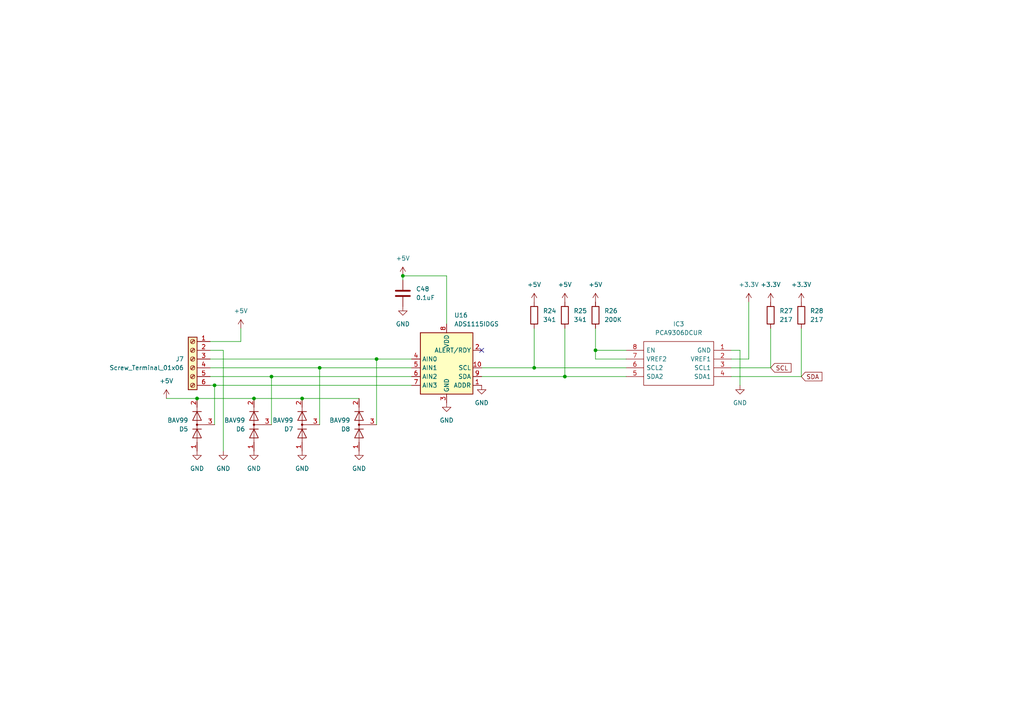
<source format=kicad_sch>
(kicad_sch (version 20230121) (generator eeschema)
  (paper "A4")
  (title_block (title "Analog") (date "2023-11-26"))
  (lib_symbols
    (symbol "Analog_ADC:ADS1115IDGS"
      (property "Reference" "U" (at 2.54 13.97 0))
      (property "Value" "ADS1115IDGS" (at 7.62 11.43 0))
      (symbol "ADS1115IDGS_0_1"
        (rectangle (start -7.62 10.16) (end 7.62 -7.62) (stroke (width 0.254)) (fill (type background)))
      )
      (symbol "ADS1115IDGS_1_1"
        (pin input line (at 10.16 -5.08 180) (length 2.54) (name "ADDR") (number "1"))
        (pin input line (at 10.16 0 180) (length 2.54) (name "SCL") (number "10"))
        (pin output line (at 10.16 5.08 180) (length 2.54) (name "ALERT/RDY") (number "2"))
        (pin power_in line (at 0 -10.16 90) (length 2.54) (name "GND") (number "3"))
        (pin input line (at -10.16 2.54 0) (length 2.54) (name "AIN0") (number "4"))
        (pin input line (at -10.16 0 0) (length 2.54) (name "AIN1") (number "5"))
        (pin input line (at -10.16 -2.54 0) (length 2.54) (name "AIN2") (number "6"))
        (pin input line (at -10.16 -5.08 0) (length 2.54) (name "AIN3") (number "7"))
        (pin power_in line (at 0 12.7 270) (length 2.54) (name "VDD") (number "8"))
        (pin bidirectional line (at 10.16 -2.54 180) (length 2.54) (name "SDA") (number "9"))
      )
    )
    (symbol "Connector:Screw_Terminal_01x06" (pin_names (offset 1.016) hide)
      (property "Reference" "J" (at 0 7.62 0))
      (property "Value" "Screw_Terminal_01x06" (at 0 -10.16 0))
      (symbol "Screw_Terminal_01x06_1_1"
        (rectangle (start -1.27 6.35) (end 1.27 -8.89) (stroke (width 0.254)) (fill (type background)))
        (circle (center 0 -7.62) (radius 0.635) (stroke (width 0.1524)))
        (circle (center 0 -5.08) (radius 0.635) (stroke (width 0.1524)))
        (circle (center 0 -2.54) (radius 0.635) (stroke (width 0.1524)))
        (polyline (pts (xy -0.5334 -7.2898) (xy 0.3302 -8.128)) (stroke (width 0.1524)))
        (polyline (pts (xy -0.5334 -4.7498) (xy 0.3302 -5.588)) (stroke (width 0.1524)))
        (polyline (pts (xy -0.5334 -2.2098) (xy 0.3302 -3.048)) (stroke (width 0.1524)))
        (polyline (pts (xy -0.5334 0.3302) (xy 0.3302 -0.508)) (stroke (width 0.1524)))
        (polyline (pts (xy -0.5334 2.8702) (xy 0.3302 2.032)) (stroke (width 0.1524)))
        (polyline (pts (xy -0.5334 5.4102) (xy 0.3302 4.572)) (stroke (width 0.1524)))
        (polyline (pts (xy -0.3556 -7.112) (xy 0.508 -7.9502)) (stroke (width 0.1524)))
        (polyline (pts (xy -0.3556 -4.572) (xy 0.508 -5.4102)) (stroke (width 0.1524)))
        (polyline (pts (xy -0.3556 -2.032) (xy 0.508 -2.8702)) (stroke (width 0.1524)))
        (polyline (pts (xy -0.3556 0.508) (xy 0.508 -0.3302)) (stroke (width 0.1524)))
        (polyline (pts (xy -0.3556 3.048) (xy 0.508 2.2098)) (stroke (width 0.1524)))
        (polyline (pts (xy -0.3556 5.588) (xy 0.508 4.7498)) (stroke (width 0.1524)))
        (circle (center 0 0) (radius 0.635) (stroke (width 0.1524)))
        (circle (center 0 2.54) (radius 0.635) (stroke (width 0.1524)))
        (circle (center 0 5.08) (radius 0.635) (stroke (width 0.1524)))
        (pin passive line (at -5.08 5.08 0) (length 3.81) (name "Pin_1") (number "1"))
        (pin passive line (at -5.08 2.54 0) (length 3.81) (name "Pin_2") (number "2"))
        (pin passive line (at -5.08 0 0) (length 3.81) (name "Pin_3") (number "3"))
        (pin passive line (at -5.08 -2.54 0) (length 3.81) (name "Pin_4") (number "4"))
        (pin passive line (at -5.08 -5.08 0) (length 3.81) (name "Pin_5") (number "5"))
        (pin passive line (at -5.08 -7.62 0) (length 3.81) (name "Pin_6") (number "6"))
      )
    )
    (symbol "Device:C" (pin_numbers hide) (pin_names (offset 0.254))
      (property "Reference" "C" (at 0.635 2.54 0))
      (property "Value" "C" (at 0.635 -2.54 0))
      (symbol "C_0_1"
        (polyline (pts (xy -2.032 -0.762) (xy 2.032 -0.762)) (stroke (width 0.508)))
        (polyline (pts (xy -2.032 0.762) (xy 2.032 0.762)) (stroke (width 0.508)))
      )
      (symbol "C_1_1"
        (pin passive line (at 0 3.81 270) (length 2.794) (name "~") (number "1"))
        (pin passive line (at 0 -3.81 90) (length 2.794) (name "~") (number "2"))
      )
    )
    (symbol "Device:R" (pin_numbers hide) (pin_names (offset 0))
      (property "Reference" "R" (at 2.032 0 90))
      (property "Value" "R" (at 0 0 90))
      (symbol "R_0_1"
        (rectangle (start -1.016 -2.54) (end 1.016 2.54) (stroke (width 0.254)))
      )
      (symbol "R_1_1"
        (pin passive line (at 0 3.81 270) (length 1.27) (name "~") (number "1"))
        (pin passive line (at 0 -3.81 90) (length 1.27) (name "~") (number "2"))
      )
    )
    (symbol "Diode:BAV99" (pin_names hide)
      (property "Reference" "D" (at 0 5.08 0))
      (property "Value" "BAV99" (at 0 2.54 0))
      (symbol "BAV99_0_1"
        (polyline (pts (xy -5.08 0) (xy 5.08 0)))
      )
      (symbol "BAV99_1_1"
        (polyline (pts (xy 0 0) (xy 0 -2.54)))
        (polyline (pts (xy -1.27 -1.27) (xy -1.27 1.27) (xy -1.27 1.27)) (stroke (width 0.2032)))
        (polyline (pts (xy 3.81 1.27) (xy 3.81 -1.27) (xy 3.81 -1.27)) (stroke (width 0.2032)))
        (polyline (pts (xy -3.81 1.27) (xy -1.27 0) (xy -3.81 -1.27) (xy -3.81 1.27) (xy -3.81 1.27) (xy -3.81 1.27)) (stroke (width 0.2032)))
        (polyline (pts (xy 1.27 1.27) (xy 3.81 0) (xy 1.27 -1.27) (xy 1.27 1.27) (xy 1.27 1.27) (xy 1.27 1.27)) (stroke (width 0.2032)))
        (circle (center 0 0) (radius 0.254) (fill (type outline)))
        (pin passive line (at -7.62 0 0) (length 2.54) (name "K") (number "1"))
        (pin passive line (at 7.62 0 180) (length 2.54) (name "A") (number "2"))
        (pin passive line (at 0 -5.08 90) (length 2.54) (name "K") (number "3"))
      )
    )
    (symbol "MyLib:PCA9306DCUR" (pin_names (offset 0.762))
      (property "Reference" "IC" (at 26.67 7.62 0))
      (property "Value" "PCA9306DCUR" (at 26.67 5.08 0))
      (symbol "PCA9306DCUR_0_0"
        (pin passive line (at 0 0 0) (length 5.08) (name "GND") (number "1"))
        (pin passive line (at 0 -2.54 0) (length 5.08) (name "VREF1") (number "2"))
        (pin passive line (at 0 -5.08 0) (length 5.08) (name "SCL1") (number "3"))
        (pin passive line (at 0 -7.62 0) (length 5.08) (name "SDA1") (number "4"))
        (pin passive line (at 30.48 -7.62 180) (length 5.08) (name "SDA2") (number "5"))
        (pin passive line (at 30.48 -5.08 180) (length 5.08) (name "SCL2") (number "6"))
        (pin passive line (at 30.48 -2.54 180) (length 5.08) (name "VREF2") (number "7"))
        (pin passive line (at 30.48 0 180) (length 5.08) (name "EN") (number "8"))
      )
      (symbol "PCA9306DCUR_0_1"
        (polyline (pts (xy 5.08 2.54) (xy 25.4 2.54) (xy 25.4 -10.16) (xy 5.08 -10.16) (xy 5.08 2.54)) (stroke (width 0.1524)))
      )
    )
    (symbol "power:+3.3V" (power) (pin_names (offset 0))
      (property "Value" "+3.3V" (at 0 3.556 0))
      (symbol "+3.3V_0_1"
        (polyline (pts (xy -0.762 1.27) (xy 0 2.54)))
        (polyline (pts (xy 0 0) (xy 0 2.54)))
        (polyline (pts (xy 0 2.54) (xy 0.762 1.27)))
      )
      (symbol "+3.3V_1_1"
        (pin power_in line (at 0 0 90) (length 0) hide (name "+3.3V") (number "1"))
      )
    )
    (symbol "power:+5V" (power) (pin_names (offset 0))
      (property "Value" "+5V" (at 0 3.556 0))
      (symbol "+5V_0_1"
        (polyline (pts (xy -0.762 1.27) (xy 0 2.54)))
        (polyline (pts (xy 0 0) (xy 0 2.54)))
        (polyline (pts (xy 0 2.54) (xy 0.762 1.27)))
      )
      (symbol "+5V_1_1"
        (pin power_in line (at 0 0 90) (length 0) hide (name "+5V") (number "1"))
      )
    )
    (symbol "power:GND" (power) (pin_names (offset 0))
      (property "Value" "GND" (at 0 -3.81 0))
      (symbol "GND_0_1"
        (polyline (pts (xy 0 0) (xy 0 -1.27) (xy 1.27 -1.27) (xy 0 -2.54) (xy -1.27 -1.27) (xy 0 -1.27)))
      )
      (symbol "GND_1_1"
        (pin power_in line (at 0 0 270) (length 0) hide (name "GND") (number "1"))
      )
    )
  )
  (junction (at 62.23 111.76))
  (junction (at 109.22 104.14))
  (junction (at 154.94 106.68))
  (junction (at 92.71 106.68))
  (junction (at 78.74 109.22))
  (junction (at 57.15 115.57))
  (junction (at 172.72 101.6))
  (junction (at 163.83 109.22))
  (junction (at 116.84 80.01))
  (junction (at 87.63 115.57))
  (junction (at 73.66 115.57))
  (no_connect (at 139.7 101.6))
  (wire (pts (xy 60.96 106.68) (xy 92.71 106.68)))
  (wire (pts (xy 217.17 104.14) (xy 217.17 87.63)))
  (wire (pts (xy 212.09 106.68) (xy 223.52 106.68)))
  (wire (pts (xy 214.63 101.6) (xy 214.63 111.76)))
  (wire (pts (xy 212.09 104.14) (xy 217.17 104.14)))
  (wire (pts (xy 48.26 115.57) (xy 57.15 115.57)))
  (wire (pts (xy 172.72 101.6) (xy 181.61 101.6)))
  (wire (pts (xy 64.77 101.6) (xy 64.77 130.81)))
  (wire (pts (xy 116.84 80.01) (xy 116.84 81.28)))
  (wire (pts (xy 181.61 104.14) (xy 172.72 104.14)))
  (wire (pts (xy 92.71 106.68) (xy 119.38 106.68)))
  (wire (pts (xy 129.54 80.01) (xy 116.84 80.01)))
  (wire (pts (xy 62.23 111.76) (xy 119.38 111.76)))
  (wire (pts (xy 139.7 109.22) (xy 163.83 109.22)))
  (wire (pts (xy 212.09 101.6) (xy 214.63 101.6)))
  (wire (pts (xy 172.72 101.6) (xy 172.72 95.25)))
  (wire (pts (xy 62.23 111.76) (xy 62.23 123.19)))
  (wire (pts (xy 163.83 109.22) (xy 181.61 109.22)))
  (wire (pts (xy 172.72 104.14) (xy 172.72 101.6)))
  (wire (pts (xy 78.74 109.22) (xy 119.38 109.22)))
  (wire (pts (xy 60.96 111.76) (xy 62.23 111.76)))
  (wire (pts (xy 129.54 80.01) (xy 129.54 93.98)))
  (wire (pts (xy 60.96 109.22) (xy 78.74 109.22)))
  (wire (pts (xy 69.85 99.06) (xy 69.85 95.25)))
  (wire (pts (xy 139.7 106.68) (xy 154.94 106.68)))
  (wire (pts (xy 60.96 104.14) (xy 109.22 104.14)))
  (wire (pts (xy 92.71 106.68) (xy 92.71 123.19)))
  (wire (pts (xy 73.66 115.57) (xy 87.63 115.57)))
  (wire (pts (xy 154.94 95.25) (xy 154.94 106.68)))
  (wire (pts (xy 60.96 99.06) (xy 69.85 99.06)))
  (wire (pts (xy 163.83 95.25) (xy 163.83 109.22)))
  (wire (pts (xy 57.15 115.57) (xy 73.66 115.57)))
  (wire (pts (xy 223.52 106.68) (xy 223.52 95.25)))
  (wire (pts (xy 109.22 123.19) (xy 109.22 104.14)))
  (wire (pts (xy 60.96 101.6) (xy 64.77 101.6)))
  (wire (pts (xy 78.74 109.22) (xy 78.74 123.19)))
  (wire (pts (xy 212.09 109.22) (xy 232.41 109.22)))
  (wire (pts (xy 232.41 109.22) (xy 232.41 95.25)))
  (wire (pts (xy 109.22 104.14) (xy 119.38 104.14)))
  (wire (pts (xy 87.63 115.57) (xy 104.14 115.57)))
  (wire (pts (xy 154.94 106.68) (xy 181.61 106.68)))
  (global_label "SCL" (shape input) (at 223.52 106.68 0) (property "Intersheetrefs" "${INTERSHEET_REFS}" (effects hide)))
  (global_label "SDA" (shape input) (at 232.41 109.22 0) (property "Intersheetrefs" "${INTERSHEET_REFS}" (effects hide)))
  (symbol (lib_id "Device:R") (at 163.83 91.44 0) (unit 1)
    (property "Reference" "R25" (at 166.37 90.17 0) (effects (justify left)))
    (property "Value" "341" (at 166.37 92.71 0) (effects (justify left)))
    (property "Footprint" "Resistor_SMD:R_0603_1608Metric" (effects hide))
  )
  (symbol (lib_id "power:+5V") (at 172.72 87.63 0) (unit 1)
    (property "Reference" "#PWR0120" (effects hide))
    (property "Value" "+5V" (at 172.72 82.55 0))
  )
  (symbol (lib_id "Diode:BAV99") (at 104.14 123.19 90) (unit 1)
    (property "Reference" "D8" (at 101.6 124.46 90) (effects (justify left)))
    (property "Value" "BAV99" (at 101.6 121.92 90) (effects (justify left)))
    (property "Footprint" "Package_TO_SOT_SMD:SOT-23" (effects hide))
    (property "Datasheet" "https://assets.nexperia.com/documents/data-sheet/BAV99_SER.pdf" (effects hide))
  )
  (symbol (lib_id "Device:C") (at 116.84 85.09 0) (unit 1)
    (property "Reference" "C48" (at 120.65 83.82 0) (effects (justify left)))
    (property "Value" "0.1uF" (at 120.65 86.36 0) (effects (justify left)))
    (property "Footprint" "Capacitor_SMD:C_0603_1608Metric" (effects hide))
  )
  (symbol (lib_id "power:+5V") (at 154.94 87.63 0) (unit 1)
    (property "Reference" "#PWR0118" (effects hide))
    (property "Value" "+5V" (at 154.94 82.55 0))
  )
  (symbol (lib_id "MyLib:PCA9306DCUR") (at 212.09 101.6 0) (mirror y) (unit 1)
    (property "Reference" "IC3" (at 196.85 93.98 0))
    (property "Value" "PCA9306DCUR" (at 196.85 96.52 0))
    (property "Footprint" "MyFootprints:PCA9306DCUR" (effects hide))
    (property "Datasheet" "http://www.ti.com/lit/gpn/pca9306" (effects hide))
    (property "Description" "2-Bit Bidirectional I2C Bus and SMBus Voltage-Level Shifter" (effects hide))
    (property "Height" "0.9" (effects hide))
    (property "Mouser Part Number" "595-PCA9306DCUR" (effects hide))
    (property "Mouser Price/Stock" "https://www.mouser.co.uk/ProductDetail/Texas-Instruments/PCA9306DCUR?qs=wgAEGBTxy7nQr5PRxNBUNA%3D%3D" (effects hide))
    (property "Manufacturer_Name" "Texas Instruments" (effects hide))
    (property "Manufacturer_Part_Number" "PCA9306DCUR" (effects hide))
  )
  (symbol (lib_id "power:+3.3V") (at 217.17 87.63 0) (unit 1)
    (property "Reference" "#PWR0123" (effects hide))
    (property "Value" "+3.3V" (at 217.17 82.55 0))
  )
  (symbol (lib_id "power:GND") (at 129.54 116.84 0) (unit 1)
    (property "Reference" "#PWR0112" (effects hide))
    (property "Value" "GND" (at 129.54 121.92 0))
  )
  (symbol (lib_id "power:GND") (at 87.63 130.81 0) (unit 1)
    (property "Reference" "#PWR0116" (effects hide))
    (property "Value" "GND" (at 87.63 135.89 0))
  )
  (symbol (lib_id "power:GND") (at 214.63 111.76 0) (unit 1)
    (property "Reference" "#PWR0124" (effects hide))
    (property "Value" "GND" (at 214.63 116.84 0))
  )
  (symbol (lib_id "power:+3.3V") (at 223.52 87.63 0) (unit 1)
    (property "Reference" "#PWR0121" (effects hide))
    (property "Value" "+3.3V" (at 223.52 82.55 0))
  )
  (symbol (lib_id "power:+5V") (at 163.83 87.63 0) (unit 1)
    (property "Reference" "#PWR0119" (effects hide))
    (property "Value" "+5V" (at 163.83 82.55 0))
  )
  (symbol (lib_id "Diode:BAV99") (at 57.15 123.19 90) (unit 1)
    (property "Reference" "D5" (at 54.61 124.46 90) (effects (justify left)))
    (property "Value" "BAV99" (at 54.61 121.92 90) (effects (justify left)))
    (property "Footprint" "Package_TO_SOT_SMD:SOT-23" (effects hide))
    (property "Datasheet" "https://assets.nexperia.com/documents/data-sheet/BAV99_SER.pdf" (effects hide))
  )
  (symbol (lib_id "power:GND") (at 73.66 130.81 0) (unit 1)
    (property "Reference" "#PWR0115" (effects hide))
    (property "Value" "GND" (at 73.66 135.89 0))
  )
  (symbol (lib_id "power:GND") (at 64.77 130.81 0) (unit 1)
    (property "Reference" "#PWR0126" (effects hide))
    (property "Value" "GND" (at 64.77 135.89 0))
  )
  (symbol (lib_id "Device:R") (at 154.94 91.44 0) (unit 1)
    (property "Reference" "R24" (at 157.48 90.17 0) (effects (justify left)))
    (property "Value" "341" (at 157.48 92.71 0) (effects (justify left)))
    (property "Footprint" "Resistor_SMD:R_0603_1608Metric" (effects hide))
  )
  (symbol (lib_id "power:GND") (at 104.14 130.81 0) (unit 1)
    (property "Reference" "#PWR0117" (effects hide))
    (property "Value" "GND" (at 104.14 135.89 0))
  )
  (symbol (lib_id "power:+5V") (at 116.84 80.01 0) (unit 1)
    (property "Reference" "#PWR0110" (effects hide))
    (property "Value" "+5V" (at 116.84 74.93 0))
  )
  (symbol (lib_id "power:+5V") (at 48.26 115.57 0) (unit 1)
    (property "Reference" "#PWR0113" (effects hide))
    (property "Value" "+5V" (at 48.26 110.49 0))
  )
  (symbol (lib_id "power:GND") (at 116.84 88.9 0) (unit 1)
    (property "Reference" "#PWR0109" (effects hide))
    (property "Value" "GND" (at 116.84 93.98 0))
  )
  (symbol (lib_id "Device:R") (at 223.52 91.44 0) (unit 1)
    (property "Reference" "R27" (at 226.06 90.17 0) (effects (justify left)))
    (property "Value" "217" (at 226.06 92.71 0) (effects (justify left)))
    (property "Footprint" "Resistor_SMD:R_0603_1608Metric" (effects hide))
  )
  (symbol (lib_id "Analog_ADC:ADS1115IDGS") (at 129.54 106.68 0) (unit 1)
    (property "Reference" "U16" (at 131.7341 91.44 0) (effects (justify left)))
    (property "Value" "ADS1115IDGS" (at 131.7341 93.98 0) (effects (justify left)))
    (property "Footprint" "Package_SO:TSSOP-10_3x3mm_P0.5mm" (effects hide))
    (property "Datasheet" "http://www.ti.com/lit/ds/symlink/ads1113.pdf" (effects hide))
  )
  (symbol (lib_id "power:GND") (at 139.7 111.76 0) (unit 1)
    (property "Reference" "#PWR0111" (effects hide))
    (property "Value" "GND" (at 139.7 116.84 0))
  )
  (symbol (lib_id "power:+5V") (at 69.85 95.25 0) (unit 1)
    (property "Reference" "#PWR0125" (effects hide))
    (property "Value" "+5V" (at 69.85 90.17 0))
  )
  (symbol (lib_id "Diode:BAV99") (at 73.66 123.19 90) (unit 1)
    (property "Reference" "D6" (at 71.12 124.46 90) (effects (justify left)))
    (property "Value" "BAV99" (at 71.12 121.92 90) (effects (justify left)))
    (property "Footprint" "Package_TO_SOT_SMD:SOT-23" (effects hide))
    (property "Datasheet" "https://assets.nexperia.com/documents/data-sheet/BAV99_SER.pdf" (effects hide))
  )
  (symbol (lib_id "Diode:BAV99") (at 87.63 123.19 90) (unit 1)
    (property "Reference" "D7" (at 85.09 124.46 90) (effects (justify left)))
    (property "Value" "BAV99" (at 85.09 121.92 90) (effects (justify left)))
    (property "Footprint" "Package_TO_SOT_SMD:SOT-23" (effects hide))
    (property "Datasheet" "https://assets.nexperia.com/documents/data-sheet/BAV99_SER.pdf" (effects hide))
  )
  (symbol (lib_id "Connector:Screw_Terminal_01x06") (at 55.88 104.14 0) (mirror y) (unit 1)
    (property "Reference" "J7" (at 53.34 104.14 0) (effects (justify left)))
    (property "Value" "Screw_Terminal_01x06" (at 53.34 106.68 0) (effects (justify left)))
  )
  (symbol (lib_id "Device:R") (at 232.41 91.44 0) (unit 1)
    (property "Reference" "R28" (at 234.95 90.17 0) (effects (justify left)))
    (property "Value" "217" (at 234.95 92.71 0) (effects (justify left)))
    (property "Footprint" "Resistor_SMD:R_0603_1608Metric" (effects hide))
  )
  (symbol (lib_id "power:GND") (at 57.15 130.81 0) (unit 1)
    (property "Reference" "#PWR0114" (effects hide))
    (property "Value" "GND" (at 57.15 135.89 0))
  )
  (symbol (lib_id "Device:R") (at 172.72 91.44 0) (unit 1)
    (property "Reference" "R26" (at 175.26 90.17 0) (effects (justify left)))
    (property "Value" "200K" (at 175.26 92.71 0) (effects (justify left)))
    (property "Footprint" "Resistor_SMD:R_0603_1608Metric" (effects hide))
  )
  (symbol (lib_id "power:+3.3V") (at 232.41 87.63 0) (unit 1)
    (property "Reference" "#PWR0122" (effects hide))
    (property "Value" "+3.3V" (at 232.41 82.55 0))
  )
)
</source>
